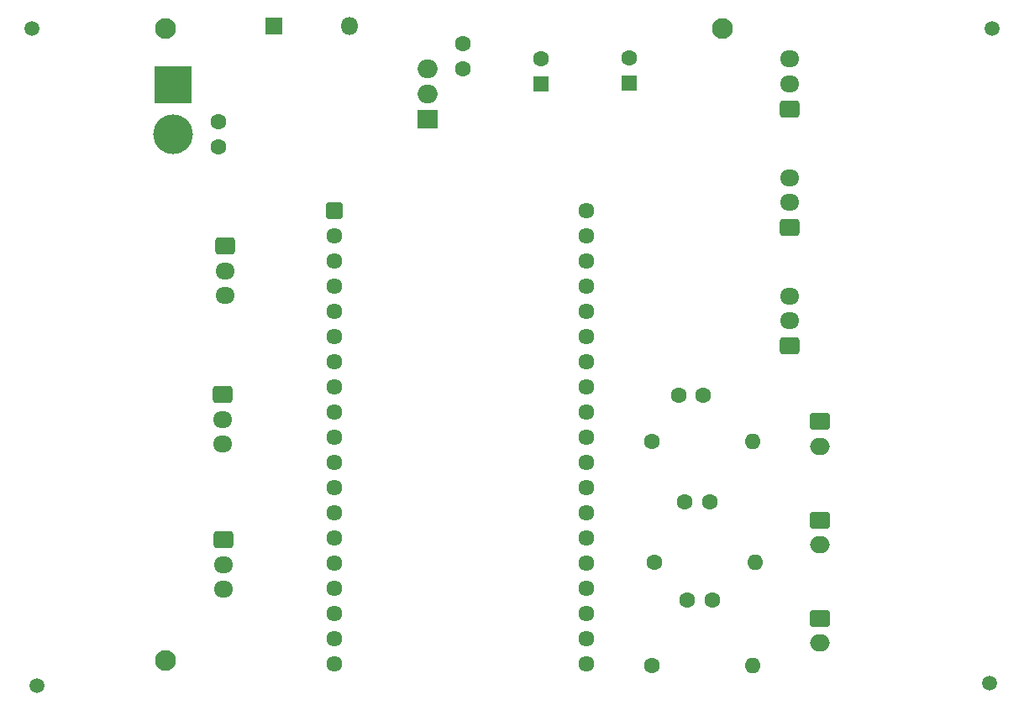
<source format=gbr>
%TF.GenerationSoftware,KiCad,Pcbnew,8.0.4*%
%TF.CreationDate,2024-09-06T02:12:06+09:00*%
%TF.ProjectId,esp_md3_servo3_sensor3,6573705f-6d64-4335-9f73-6572766f335f,rev?*%
%TF.SameCoordinates,Original*%
%TF.FileFunction,Soldermask,Top*%
%TF.FilePolarity,Negative*%
%FSLAX46Y46*%
G04 Gerber Fmt 4.6, Leading zero omitted, Abs format (unit mm)*
G04 Created by KiCad (PCBNEW 8.0.4) date 2024-09-06 02:12:06*
%MOMM*%
%LPD*%
G01*
G04 APERTURE LIST*
G04 Aperture macros list*
%AMRoundRect*
0 Rectangle with rounded corners*
0 $1 Rounding radius*
0 $2 $3 $4 $5 $6 $7 $8 $9 X,Y pos of 4 corners*
0 Add a 4 corners polygon primitive as box body*
4,1,4,$2,$3,$4,$5,$6,$7,$8,$9,$2,$3,0*
0 Add four circle primitives for the rounded corners*
1,1,$1+$1,$2,$3*
1,1,$1+$1,$4,$5*
1,1,$1+$1,$6,$7*
1,1,$1+$1,$8,$9*
0 Add four rect primitives between the rounded corners*
20,1,$1+$1,$2,$3,$4,$5,0*
20,1,$1+$1,$4,$5,$6,$7,0*
20,1,$1+$1,$6,$7,$8,$9,0*
20,1,$1+$1,$8,$9,$2,$3,0*%
G04 Aperture macros list end*
%ADD10C,1.600000*%
%ADD11O,1.600000X1.600000*%
%ADD12RoundRect,0.250000X-0.725000X0.600000X-0.725000X-0.600000X0.725000X-0.600000X0.725000X0.600000X0*%
%ADD13O,1.950000X1.700000*%
%ADD14R,1.800000X1.800000*%
%ADD15O,1.800000X1.800000*%
%ADD16C,1.500000*%
%ADD17RoundRect,0.250000X0.725000X-0.600000X0.725000X0.600000X-0.725000X0.600000X-0.725000X-0.600000X0*%
%ADD18RoundRect,0.250000X-0.750000X0.600000X-0.750000X-0.600000X0.750000X-0.600000X0.750000X0.600000X0*%
%ADD19O,2.000000X1.700000*%
%ADD20R,1.600000X1.600000*%
%ADD21C,2.100000*%
%ADD22R,2.000000X1.905000*%
%ADD23O,2.000000X1.905000*%
%ADD24R,3.800000X3.800000*%
%ADD25C,4.000000*%
%ADD26RoundRect,0.102000X-0.704000X-0.704000X0.704000X-0.704000X0.704000X0.704000X-0.704000X0.704000X0*%
%ADD27C,1.612000*%
G04 APERTURE END LIST*
D10*
%TO.C,R2*%
X191770000Y-130556000D03*
D11*
X201930000Y-130556000D03*
%TD*%
D12*
%TO.C,MD2*%
X148264000Y-113658000D03*
D13*
X148264000Y-116158000D03*
X148264000Y-118658000D03*
%TD*%
D12*
%TO.C,MD3*%
X148336000Y-128270000D03*
D13*
X148336000Y-130770000D03*
X148336000Y-133270000D03*
%TD*%
D14*
%TO.C,D1*%
X153416000Y-76454000D03*
D15*
X161036000Y-76454000D03*
%TD*%
D10*
%TO.C,C2*%
X194838000Y-124460000D03*
X197338000Y-124460000D03*
%TD*%
D16*
%TO.C,FID1*%
X129032000Y-76708000D03*
%TD*%
D17*
%TO.C,Servo3*%
X205414000Y-84796000D03*
D13*
X205414000Y-82296000D03*
X205414000Y-79796000D03*
%TD*%
D18*
%TO.C,LimitSwitch1*%
X208462000Y-136224000D03*
D19*
X208462000Y-138724000D03*
%TD*%
D18*
%TO.C,LimitSwitch2*%
X208462000Y-126318000D03*
D19*
X208462000Y-128818000D03*
%TD*%
D20*
%TO.C,470u1*%
X180340000Y-82256000D03*
D10*
X180340000Y-79756000D03*
%TD*%
%TO.C,R1*%
X191516000Y-118364000D03*
D11*
X201676000Y-118364000D03*
%TD*%
D21*
%TO.C,H1*%
X142494000Y-76708000D03*
%TD*%
D22*
%TO.C,U2*%
X168910000Y-85852000D03*
D23*
X168910000Y-83312000D03*
X168910000Y-80772000D03*
%TD*%
D10*
%TO.C,C4*%
X147828000Y-86126000D03*
X147828000Y-88626000D03*
%TD*%
%TO.C,R3*%
X191516000Y-140970000D03*
D11*
X201676000Y-140970000D03*
%TD*%
D16*
%TO.C,FID3*%
X225552000Y-142748000D03*
%TD*%
%TO.C,FID2*%
X225806000Y-76708000D03*
%TD*%
%TO.C,FID4*%
X129540000Y-143002000D03*
%TD*%
D10*
%TO.C,C3*%
X195112000Y-134366000D03*
X197612000Y-134366000D03*
%TD*%
D12*
%TO.C,MD1*%
X148518000Y-98672000D03*
D13*
X148518000Y-101172000D03*
X148518000Y-103672000D03*
%TD*%
D20*
%TO.C,470u2*%
X189200000Y-82213302D03*
D10*
X189200000Y-79713302D03*
%TD*%
D17*
%TO.C,Servo1*%
X205414000Y-108696000D03*
D13*
X205414000Y-106196000D03*
X205414000Y-103696000D03*
%TD*%
D10*
%TO.C,C5*%
X172466000Y-80772000D03*
X172466000Y-78272000D03*
%TD*%
D21*
%TO.C,H4*%
X198628000Y-76708000D03*
%TD*%
D18*
%TO.C,LimitSwitch3*%
X208462000Y-116372000D03*
D19*
X208462000Y-118872000D03*
%TD*%
D17*
%TO.C,Servo2*%
X205414000Y-96746000D03*
D13*
X205414000Y-94246000D03*
X205414000Y-91746000D03*
%TD*%
D24*
%TO.C,J1*%
X143256000Y-82376000D03*
D25*
X143256000Y-87376000D03*
%TD*%
D21*
%TO.C,H2*%
X142494000Y-140462000D03*
%TD*%
D26*
%TO.C,U1*%
X159485500Y-95097000D03*
D27*
X159485500Y-97637000D03*
X159485500Y-100177000D03*
X159485500Y-102717000D03*
X159485500Y-105257000D03*
X159485500Y-107797000D03*
X159485500Y-110337000D03*
X159485500Y-112877000D03*
X159485500Y-115417000D03*
X159485500Y-117957000D03*
X159485500Y-120497000D03*
X159485500Y-123037000D03*
X159485500Y-125577000D03*
X159485500Y-128117000D03*
X159485500Y-130657000D03*
X159485500Y-133197000D03*
X159485500Y-135737000D03*
X159485500Y-138277000D03*
X159485500Y-140817000D03*
X184885500Y-95097000D03*
X184885500Y-97637000D03*
X184885500Y-100177000D03*
X184885500Y-102717000D03*
X184885500Y-105257000D03*
X184885500Y-107797000D03*
X184885500Y-110337000D03*
X184885500Y-112877000D03*
X184885500Y-115417000D03*
X184885500Y-117957000D03*
X184885500Y-120497000D03*
X184885500Y-123037000D03*
X184885500Y-125577000D03*
X184885500Y-128117000D03*
X184885500Y-130657000D03*
X184885500Y-133197000D03*
X184885500Y-135737000D03*
X184885500Y-138277000D03*
X184885500Y-140817000D03*
%TD*%
D10*
%TO.C,C1*%
X194200000Y-113700000D03*
X196700000Y-113700000D03*
%TD*%
M02*

</source>
